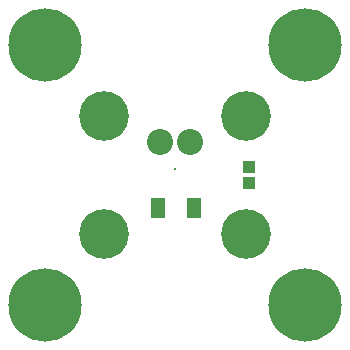
<source format=gts>
G04 Layer_Color=8388736*
%FSLAX44Y44*%
%MOMM*%
G71*
G01*
G75*
%ADD18R,1.0532X1.0532*%
%ADD19R,1.2032X1.8032*%
%ADD20C,2.2032*%
G04:AMPARAMS|DCode=21|XSize=0.2032mm|YSize=0.2032mm|CornerRadius=0mm|HoleSize=0mm|Usage=FLASHONLY|Rotation=0.000|XOffset=0mm|YOffset=0mm|HoleType=Round|Shape=RoundedRectangle|*
%AMROUNDEDRECTD21*
21,1,0.2032,0.2032,0,0,0.0*
21,1,0.2032,0.2032,0,0,0.0*
1,1,0.0000,0.1016,-0.1016*
1,1,0.0000,-0.1016,-0.1016*
1,1,0.0000,-0.1016,0.1016*
1,1,0.0000,0.1016,0.1016*
%
%ADD21ROUNDEDRECTD21*%
%ADD22C,4.2032*%
%ADD23C,6.2032*%
D18*
X212600Y157000D02*
D03*
Y143000D02*
D03*
D19*
X166000Y122000D02*
D03*
X136000D02*
D03*
D20*
X137300Y177800D02*
D03*
X162700D02*
D03*
D21*
X150000Y155000D02*
D03*
D22*
X210000Y200000D02*
D03*
X90000D02*
D03*
Y100000D02*
D03*
X210000D02*
D03*
D23*
X40000Y260000D02*
D03*
X260000D02*
D03*
Y40000D02*
D03*
X40000D02*
D03*
M02*

</source>
